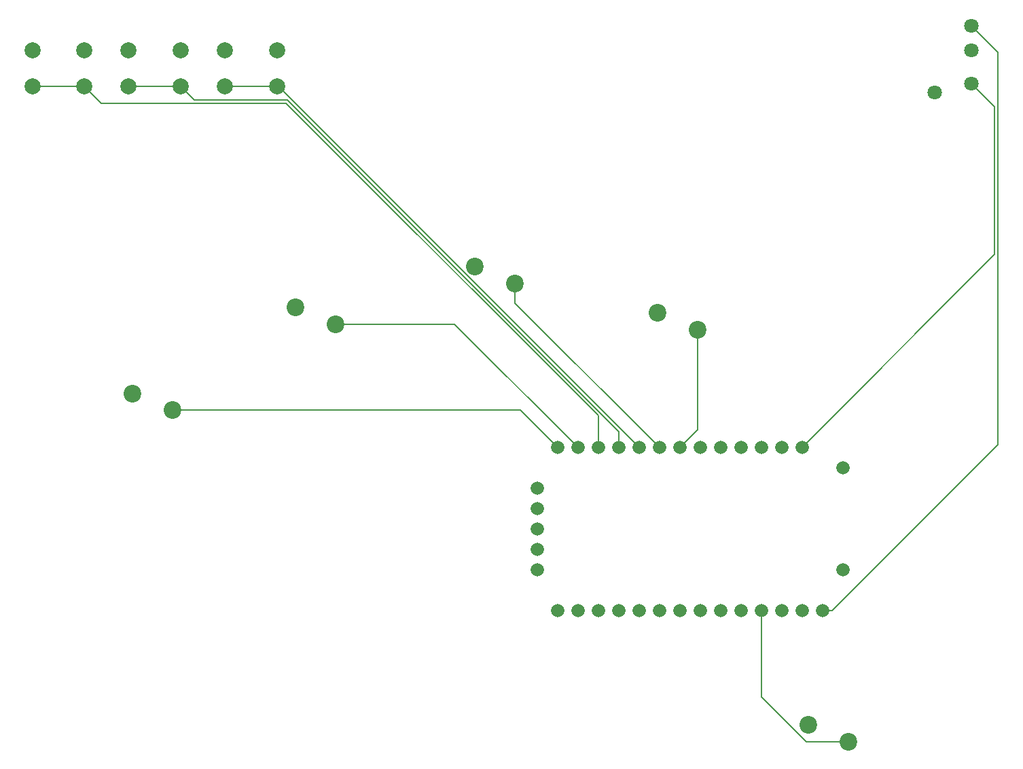
<source format=gbr>
G04 #@! TF.GenerationSoftware,KiCad,Pcbnew,8.0.2*
G04 #@! TF.CreationDate,2024-05-28T17:16:42+09:00*
G04 #@! TF.ProjectId,LLv2_L,4c4c7632-5f4c-42e6-9b69-6361645f7063,rev?*
G04 #@! TF.SameCoordinates,Original*
G04 #@! TF.FileFunction,Copper,L1,Top*
G04 #@! TF.FilePolarity,Positive*
%FSLAX46Y46*%
G04 Gerber Fmt 4.6, Leading zero omitted, Abs format (unit mm)*
G04 Created by KiCad (PCBNEW 8.0.2) date 2024-05-28 17:16:42*
%MOMM*%
%LPD*%
G01*
G04 APERTURE LIST*
G04 #@! TA.AperFunction,ComponentPad*
%ADD10C,2.000000*%
G04 #@! TD*
G04 #@! TA.AperFunction,ComponentPad*
%ADD11C,1.665000*%
G04 #@! TD*
G04 #@! TA.AperFunction,ComponentPad*
%ADD12C,2.200000*%
G04 #@! TD*
G04 #@! TA.AperFunction,ComponentPad*
%ADD13C,1.800000*%
G04 #@! TD*
G04 #@! TA.AperFunction,Conductor*
%ADD14C,0.200000*%
G04 #@! TD*
G04 APERTURE END LIST*
D10*
G04 #@! TO.P,Home,1,1*
G04 #@! TO.N,Net-(IC1-GND_3)*
X5250000Y-6250000D03*
X11750000Y-6250000D03*
G04 #@! TO.P,Home,2,2*
G04 #@! TO.N,Net-(IC1-10)*
X5250000Y-10750000D03*
X11750000Y-10750000D03*
G04 #@! TD*
D11*
G04 #@! TO.P,IC1,1,GND_1*
G04 #@! TO.N,Net-(IC1-GND_1)*
X106270000Y-58270000D03*
G04 #@! TO.P,IC1,2,0*
G04 #@! TO.N,Net-(IC1-0)*
X101190000Y-55730000D03*
G04 #@! TO.P,IC1,3,1*
G04 #@! TO.N,Net-(IC1-1)*
X98650000Y-55730000D03*
G04 #@! TO.P,IC1,4,2*
G04 #@! TO.N,unconnected-(IC1-2-Pad4)*
X96110000Y-55730000D03*
G04 #@! TO.P,IC1,5,3*
G04 #@! TO.N,unconnected-(IC1-3-Pad5)*
X93570000Y-55730000D03*
G04 #@! TO.P,IC1,6,4*
G04 #@! TO.N,unconnected-(IC1-4-Pad6)*
X91030000Y-55730000D03*
G04 #@! TO.P,IC1,7,5*
G04 #@! TO.N,unconnected-(IC1-5-Pad7)*
X88490000Y-55730000D03*
G04 #@! TO.P,IC1,8,6*
G04 #@! TO.N,Net-(IC1-6)*
X85950000Y-55730000D03*
G04 #@! TO.P,IC1,9,7*
G04 #@! TO.N,Net-(IC1-7)*
X83410000Y-55730000D03*
G04 #@! TO.P,IC1,10,8*
G04 #@! TO.N,Net-(IC1-8)*
X80870000Y-55730000D03*
G04 #@! TO.P,IC1,11,9*
G04 #@! TO.N,Net-(IC1-9)*
X78330000Y-55730000D03*
G04 #@! TO.P,IC1,12,10*
G04 #@! TO.N,Net-(IC1-10)*
X75790000Y-55730000D03*
G04 #@! TO.P,IC1,13,11*
G04 #@! TO.N,Net-(IC1-11)*
X73250000Y-55730000D03*
G04 #@! TO.P,IC1,14,12*
G04 #@! TO.N,Net-(IC1-12)*
X70710000Y-55730000D03*
G04 #@! TO.P,IC1,15,VBAT*
G04 #@! TO.N,unconnected-(IC1-VBAT-Pad15)*
X68170000Y-60810000D03*
G04 #@! TO.P,IC1,16,3.3V*
G04 #@! TO.N,unconnected-(IC1-3.3V-Pad16)*
X68170000Y-63350000D03*
G04 #@! TO.P,IC1,17,GND_2*
G04 #@! TO.N,Net-(IC1-GND_2)*
X68170000Y-65890000D03*
G04 #@! TO.P,IC1,18,PROGRAM*
G04 #@! TO.N,unconnected-(IC1-PROGRAM-Pad18)*
X68170000Y-68430000D03*
G04 #@! TO.P,IC1,19,ON/OFF*
G04 #@! TO.N,unconnected-(IC1-ON{slash}OFF-Pad19)*
X68170000Y-70970000D03*
G04 #@! TO.P,IC1,20,13*
G04 #@! TO.N,unconnected-(IC1-13-Pad20)*
X70710000Y-76050000D03*
G04 #@! TO.P,IC1,21,14*
G04 #@! TO.N,unconnected-(IC1-14-Pad21)*
X73250000Y-76050000D03*
G04 #@! TO.P,IC1,22,15*
G04 #@! TO.N,unconnected-(IC1-15-Pad22)*
X75790000Y-76050000D03*
G04 #@! TO.P,IC1,23,16*
G04 #@! TO.N,unconnected-(IC1-16-Pad23)*
X78330000Y-76050000D03*
G04 #@! TO.P,IC1,24,17*
G04 #@! TO.N,unconnected-(IC1-17-Pad24)*
X80870000Y-76050000D03*
G04 #@! TO.P,IC1,25,18*
G04 #@! TO.N,unconnected-(IC1-18-Pad25)*
X83410000Y-76050000D03*
G04 #@! TO.P,IC1,26,19*
G04 #@! TO.N,unconnected-(IC1-19-Pad26)*
X85950000Y-76050000D03*
G04 #@! TO.P,IC1,27,20*
G04 #@! TO.N,unconnected-(IC1-20-Pad27)*
X88490000Y-76050000D03*
G04 #@! TO.P,IC1,28,21*
G04 #@! TO.N,unconnected-(IC1-21-Pad28)*
X91030000Y-76050000D03*
G04 #@! TO.P,IC1,29,22*
G04 #@! TO.N,unconnected-(IC1-22-Pad29)*
X93570000Y-76050000D03*
G04 #@! TO.P,IC1,30,23*
G04 #@! TO.N,Net-(IC1-23)*
X96110000Y-76050000D03*
G04 #@! TO.P,IC1,31,3.3V(250_MA_MAX)*
G04 #@! TO.N,unconnected-(IC1-3.3V(250_MA_MAX)-Pad31)*
X98650000Y-76050000D03*
G04 #@! TO.P,IC1,32,GND_3*
G04 #@! TO.N,Net-(IC1-GND_3)*
X101190000Y-76050000D03*
G04 #@! TO.P,IC1,33,VIN_(3.6_TO_5.5_VOLTS)*
G04 #@! TO.N,Net-(IC1-VIN_(3.6_TO_5.5_VOLTS))*
X103730000Y-76050000D03*
G04 #@! TO.P,IC1,34,GND_4*
G04 #@! TO.N,unconnected-(IC1-GND_4-Pad34)*
X106270000Y-70970000D03*
G04 #@! TD*
D12*
G04 #@! TO.P,\u2191,1,1*
G04 #@! TO.N,Net-(IC1-23)*
X107000000Y-92400000D03*
G04 #@! TO.P,\u2191,2,2*
G04 #@! TO.N,Net-(IC1-GND_3)*
X102000000Y-90300000D03*
G04 #@! TD*
G04 #@! TO.P,\u2192,1,1*
G04 #@! TO.N,Net-(IC1-6)*
X88188666Y-41082888D03*
G04 #@! TO.P,\u2192,2,2*
G04 #@! TO.N,Net-(IC1-GND_2)*
X83188666Y-38982888D03*
G04 #@! TD*
G04 #@! TO.P,\u2190,1,1*
G04 #@! TO.N,Net-(IC1-11)*
X43073178Y-40375310D03*
G04 #@! TO.P,\u2190,2,2*
G04 #@! TO.N,Net-(IC1-GND_2)*
X38073178Y-38275310D03*
G04 #@! TD*
G04 #@! TO.P,\u2193,1,1*
G04 #@! TO.N,Net-(IC1-7)*
X65429057Y-35293440D03*
G04 #@! TO.P,\u2193,2,2*
G04 #@! TO.N,Net-(IC1-GND_2)*
X60429057Y-33193440D03*
G04 #@! TD*
D13*
G04 #@! TO.P,J1,R1*
G04 #@! TO.N,Net-(IC1-1)*
X122250000Y-6300000D03*
G04 #@! TO.P,J1,R2*
G04 #@! TO.N,Net-(IC1-0)*
X122250000Y-10400000D03*
G04 #@! TO.P,J1,S*
G04 #@! TO.N,Net-(IC1-GND_1)*
X117750000Y-11500000D03*
G04 #@! TO.P,J1,T*
G04 #@! TO.N,Net-(IC1-VIN_(3.6_TO_5.5_VOLTS))*
X122250000Y-3200000D03*
G04 #@! TD*
D10*
G04 #@! TO.P,Menu,1,1*
G04 #@! TO.N,Net-(IC1-GND_3)*
X29250000Y-6250000D03*
X35750000Y-6250000D03*
G04 #@! TO.P,Menu,2,2*
G04 #@! TO.N,Net-(IC1-8)*
X29250000Y-10750000D03*
X35750000Y-10750000D03*
G04 #@! TD*
D12*
G04 #@! TO.P,L3,1,1*
G04 #@! TO.N,Net-(IC1-12)*
X22729210Y-51105121D03*
G04 #@! TO.P,L3,2,2*
G04 #@! TO.N,Net-(IC1-GND_3)*
X17729210Y-49005121D03*
G04 #@! TD*
D10*
G04 #@! TO.P,Start,1,1*
G04 #@! TO.N,Net-(IC1-GND_3)*
X17250000Y-6250000D03*
X23750000Y-6250000D03*
G04 #@! TO.P,Start,2,2*
G04 #@! TO.N,Net-(IC1-9)*
X17250000Y-10750000D03*
X23750000Y-10750000D03*
G04 #@! TD*
D14*
G04 #@! TO.N,Net-(IC1-10)*
X75790000Y-51781372D02*
X75790000Y-55730000D01*
X13850000Y-12850000D02*
X36858628Y-12850000D01*
X11750000Y-10750000D02*
X13850000Y-12850000D01*
X5250000Y-10750000D02*
X11750000Y-10750000D01*
X36858628Y-12850000D02*
X75790000Y-51781372D01*
G04 #@! TO.N,Net-(IC1-12)*
X22729210Y-51105121D02*
X66085121Y-51105121D01*
X66085121Y-51105121D02*
X70710000Y-55730000D01*
G04 #@! TO.N,Net-(IC1-11)*
X43073178Y-40375310D02*
X57895310Y-40375310D01*
X57895310Y-40375310D02*
X73250000Y-55730000D01*
G04 #@! TO.N,Net-(IC1-7)*
X65429057Y-37749057D02*
X83410000Y-55730000D01*
X65429057Y-35293440D02*
X65429057Y-37749057D01*
G04 #@! TO.N,Net-(IC1-0)*
X121776472Y-9926472D02*
X122250000Y-10400000D01*
X125200000Y-13350000D02*
X125200000Y-31720000D01*
X125200000Y-31720000D02*
X101190000Y-55730000D01*
X122250000Y-10400000D02*
X125200000Y-13350000D01*
G04 #@! TO.N,Net-(IC1-VIN_(3.6_TO_5.5_VOLTS))*
X104907332Y-76050000D02*
X103730000Y-76050000D01*
X125600000Y-55357332D02*
X104907332Y-76050000D01*
X122250000Y-3200000D02*
X125600000Y-6550000D01*
X125600000Y-6550000D02*
X125600000Y-55357332D01*
G04 #@! TO.N,Net-(IC1-9)*
X78330000Y-53755686D02*
X37024314Y-12450000D01*
X37024314Y-12450000D02*
X25450000Y-12450000D01*
X17250000Y-10750000D02*
X23750000Y-10750000D01*
X78330000Y-55730000D02*
X78330000Y-53755686D01*
X25450000Y-12450000D02*
X23750000Y-10750000D01*
G04 #@! TO.N,Net-(IC1-23)*
X96110000Y-76050000D02*
X96110000Y-86810000D01*
X96110000Y-86810000D02*
X101700000Y-92400000D01*
X101700000Y-92400000D02*
X107000000Y-92400000D01*
G04 #@! TO.N,Net-(IC1-8)*
X80870000Y-55730000D02*
X35890000Y-10750000D01*
X35890000Y-10750000D02*
X35750000Y-10750000D01*
X29250000Y-10750000D02*
X35750000Y-10750000D01*
G04 #@! TO.N,Net-(IC1-6)*
X88188666Y-53491334D02*
X85950000Y-55730000D01*
X85950000Y-55270000D02*
X85950000Y-55730000D01*
X88188666Y-41082888D02*
X88188666Y-53491334D01*
G04 #@! TD*
M02*

</source>
